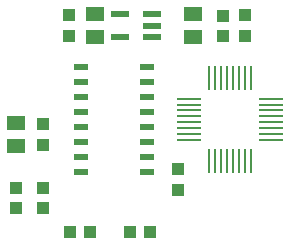
<source format=gbr>
G04 EAGLE Gerber RS-274X export*
G75*
%MOMM*%
%FSLAX34Y34*%
%LPD*%
%INSolderpaste Bottom*%
%IPPOS*%
%AMOC8*
5,1,8,0,0,1.08239X$1,22.5*%
G01*
%ADD10R,1.100000X1.000000*%
%ADD11R,1.600000X1.300000*%
%ADD12R,1.080000X1.050000*%
%ADD13R,0.280000X2.032000*%
%ADD14R,2.032000X0.280000*%
%ADD15R,1.625600X0.508000*%
%ADD16R,1.200000X0.600000*%
%ADD17R,1.050000X1.080000*%


D10*
X53975Y51825D03*
X53975Y68825D03*
D11*
X203200Y216375D03*
X203200Y196375D03*
X53975Y104300D03*
X53975Y124300D03*
D12*
X76200Y123050D03*
X76200Y105550D03*
X190500Y84950D03*
X190500Y67450D03*
X76200Y69075D03*
X76200Y51575D03*
D13*
X252450Y92042D03*
X247450Y92042D03*
X242450Y92042D03*
X237450Y92042D03*
X232450Y92042D03*
X227450Y92042D03*
X222450Y92042D03*
X217450Y92042D03*
D14*
X199992Y109500D03*
X199992Y114500D03*
X199992Y119500D03*
X199992Y124500D03*
X199992Y129500D03*
X199992Y134500D03*
X199992Y139500D03*
X199992Y144500D03*
D13*
X217450Y161958D03*
X222450Y161958D03*
X227450Y161958D03*
X232450Y161958D03*
X237450Y161958D03*
X242450Y161958D03*
X247450Y161958D03*
X252450Y161958D03*
D14*
X269908Y144500D03*
X269908Y139500D03*
X269908Y134500D03*
X269908Y129500D03*
X269908Y124500D03*
X269908Y119500D03*
X269908Y114500D03*
X269908Y109500D03*
D15*
X169037Y215875D03*
X169037Y206375D03*
X169037Y196875D03*
X142113Y196875D03*
X142113Y215875D03*
D12*
X98425Y215125D03*
X98425Y197625D03*
D11*
X120650Y216375D03*
X120650Y196375D03*
D12*
X247650Y197625D03*
X247650Y215125D03*
D16*
X108525Y82550D03*
X108525Y95250D03*
X108525Y107950D03*
X108525Y120650D03*
X108525Y133350D03*
X108525Y146050D03*
X108525Y158750D03*
X108525Y171450D03*
X164525Y171450D03*
X164525Y158750D03*
X164525Y146050D03*
X164525Y133350D03*
X164525Y120650D03*
X164525Y107950D03*
X164525Y95250D03*
X164525Y82550D03*
D17*
X167500Y31750D03*
X150000Y31750D03*
X99200Y31750D03*
X116700Y31750D03*
D10*
X228600Y197875D03*
X228600Y214875D03*
M02*

</source>
